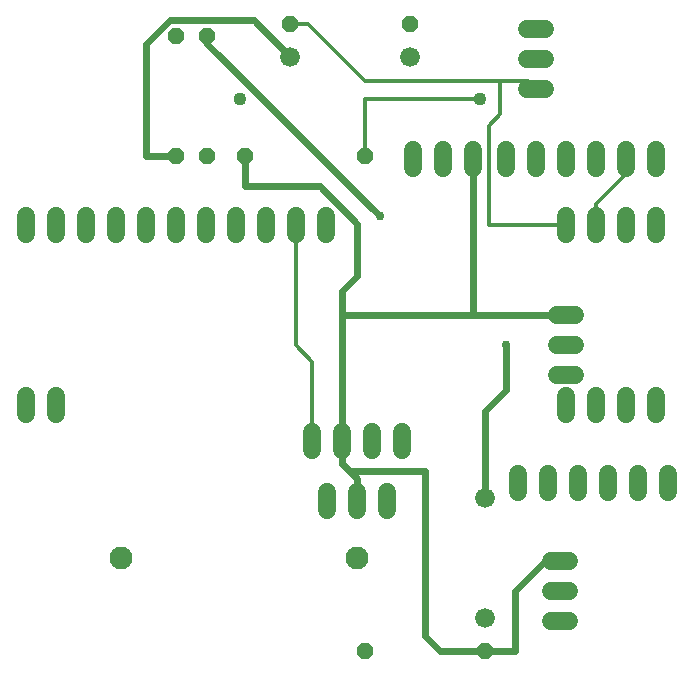
<source format=gbr>
G04 EAGLE Gerber RS-274X export*
G75*
%MOMM*%
%FSLAX34Y34*%
%LPD*%
%INTop Copper*%
%IPPOS*%
%AMOC8*
5,1,8,0,0,1.08239X$1,22.5*%
G01*
%ADD10C,1.950000*%
%ADD11C,1.676400*%
%ADD12C,1.524000*%
%ADD13P,1.429621X8X22.500000*%
%ADD14P,1.429621X8X112.500000*%
%ADD15P,1.429621X8X202.500000*%
%ADD16C,1.108000*%
%ADD17C,0.609600*%
%ADD18C,0.756400*%
%ADD19C,0.304800*%


D10*
X352840Y104140D03*
X552840Y104140D03*
D11*
X596900Y528320D03*
X495300Y528320D03*
X660400Y53340D03*
X660400Y154940D03*
D12*
X271780Y226060D02*
X271780Y241300D01*
X297180Y241300D02*
X297180Y226060D01*
X721360Y309880D02*
X736600Y309880D01*
X736600Y284480D02*
X721360Y284480D01*
X721360Y259080D02*
X736600Y259080D01*
X577850Y160020D02*
X577850Y144780D01*
X552450Y144780D02*
X552450Y160020D01*
X527050Y160020D02*
X527050Y144780D01*
X805180Y434340D02*
X805180Y449580D01*
X779780Y449580D02*
X779780Y434340D01*
X754380Y434340D02*
X754380Y449580D01*
X728980Y449580D02*
X728980Y434340D01*
X703580Y434340D02*
X703580Y449580D01*
X678180Y449580D02*
X678180Y434340D01*
X815340Y175260D02*
X815340Y160020D01*
X789940Y160020D02*
X789940Y175260D01*
X764540Y175260D02*
X764540Y160020D01*
X739140Y160020D02*
X739140Y175260D01*
X713740Y175260D02*
X713740Y160020D01*
X688340Y160020D02*
X688340Y175260D01*
X590550Y195580D02*
X590550Y210820D01*
X565150Y210820D02*
X565150Y195580D01*
X539750Y195580D02*
X539750Y210820D01*
X514350Y210820D02*
X514350Y195580D01*
X271780Y378460D02*
X271780Y393700D01*
X297180Y393700D02*
X297180Y378460D01*
X322580Y378460D02*
X322580Y393700D01*
X347980Y393700D02*
X347980Y378460D01*
X373380Y378460D02*
X373380Y393700D01*
X398780Y393700D02*
X398780Y378460D01*
X424180Y378460D02*
X424180Y393700D01*
X449580Y393700D02*
X449580Y378460D01*
X474980Y378460D02*
X474980Y393700D01*
X500380Y393700D02*
X500380Y378460D01*
X525780Y378460D02*
X525780Y393700D01*
X728980Y393700D02*
X728980Y378460D01*
X754380Y378460D02*
X754380Y393700D01*
X779780Y393700D02*
X779780Y378460D01*
X805180Y378460D02*
X805180Y393700D01*
X728980Y241300D02*
X728980Y226060D01*
X754380Y226060D02*
X754380Y241300D01*
X779780Y241300D02*
X779780Y226060D01*
X805180Y226060D02*
X805180Y241300D01*
X650240Y434340D02*
X650240Y449580D01*
X624840Y449580D02*
X624840Y434340D01*
X599440Y434340D02*
X599440Y449580D01*
X695960Y501650D02*
X711200Y501650D01*
X711200Y527050D02*
X695960Y527050D01*
X695960Y552450D02*
X711200Y552450D01*
X716280Y50800D02*
X731520Y50800D01*
X731520Y76200D02*
X716280Y76200D01*
X716280Y101600D02*
X731520Y101600D01*
D13*
X495300Y556260D03*
X596900Y556260D03*
X558800Y25400D03*
X660400Y25400D03*
D14*
X425450Y444500D03*
X425450Y546100D03*
X398780Y444500D03*
X398780Y546100D03*
D15*
X558800Y444500D03*
X457200Y444500D03*
D16*
X453390Y492760D03*
X656590Y492760D03*
D17*
X571500Y393700D02*
X425450Y539750D01*
X425450Y546100D01*
D18*
X571500Y393700D03*
D17*
X398780Y444500D02*
X373380Y444500D01*
X373380Y533400D01*
X373380Y536961D01*
X464820Y560070D02*
X495300Y528320D01*
X464820Y560070D02*
X393700Y560070D01*
X678180Y284480D02*
X678180Y246380D01*
X660400Y228600D01*
X660400Y154940D01*
D18*
X678180Y284480D03*
D17*
X373380Y536961D02*
X373380Y539750D01*
X393700Y560070D01*
D19*
X514350Y270510D02*
X514350Y203200D01*
X514350Y270510D02*
X500380Y284480D01*
X500380Y386080D01*
X495300Y556260D02*
X510540Y556260D01*
X558800Y508000D01*
X697230Y508000D02*
X703580Y501650D01*
X673100Y508000D02*
X558800Y508000D01*
X673100Y508000D02*
X697230Y508000D01*
X728980Y386080D02*
X664210Y386080D01*
X664210Y470408D02*
X673100Y480658D01*
X664210Y470408D02*
X664210Y386080D01*
X673100Y480658D02*
X673100Y508000D01*
X558800Y492760D02*
X558800Y444500D01*
X558800Y492760D02*
X656590Y492760D01*
D17*
X457200Y444500D02*
X457200Y419100D01*
X520700Y419100D01*
X552450Y387350D01*
X552450Y342900D01*
X539750Y330200D01*
X539750Y309880D01*
X539750Y203200D01*
X539750Y184150D01*
X552450Y171450D02*
X552450Y152400D01*
X546100Y177800D02*
X539750Y184150D01*
X546100Y177800D02*
X552450Y171450D01*
X622300Y25400D02*
X660400Y25400D01*
X622300Y25400D02*
X609600Y38100D01*
X609600Y177800D01*
X546100Y177800D01*
X711200Y101600D02*
X723900Y101600D01*
X711200Y101600D02*
X685800Y76200D01*
X685800Y25400D01*
X660400Y25400D01*
X650240Y309880D02*
X728980Y309880D01*
X650240Y309880D02*
X539750Y309880D01*
X650240Y309880D02*
X650240Y441960D01*
D19*
X754380Y403860D02*
X754380Y386080D01*
X779780Y429260D02*
X779780Y441960D01*
X779780Y429260D02*
X754380Y403860D01*
M02*

</source>
